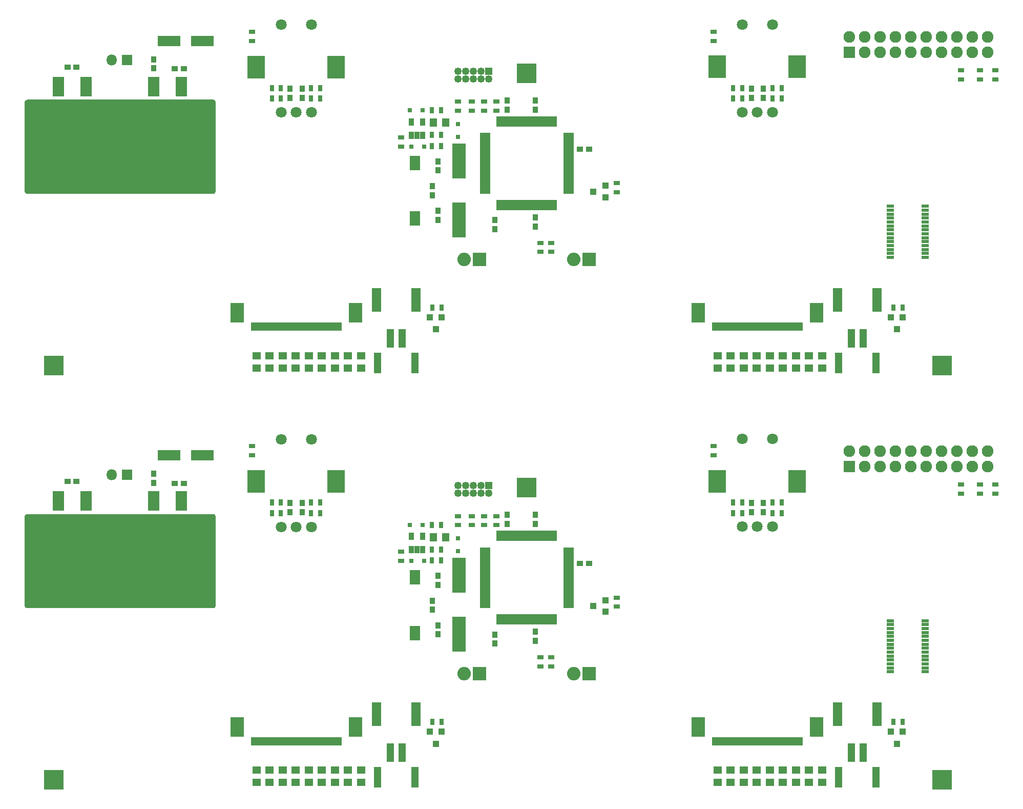
<source format=gbr>
G04 #@! TF.FileFunction,Soldermask,Top*
%FSLAX46Y46*%
G04 Gerber Fmt 4.6, Leading zero omitted, Abs format (unit mm)*
G04 Created by KiCad (PCBNEW no-vcs-found-product) date Mon 12 Oct 2015 08:57:56 AM BRT*
%MOMM*%
G01*
G04 APERTURE LIST*
%ADD10C,0.100000*%
%ADD11O,1.803200X1.803200*%
%ADD12R,1.803200X1.803200*%
%ADD13R,1.203200X3.403200*%
%ADD14C,1.203200*%
%ADD15R,3.203200X3.203200*%
%ADD16R,2.203200X3.203200*%
%ADD17R,0.503200X1.453200*%
%ADD18R,1.930400X1.930400*%
%ADD19O,1.930400X1.930400*%
%ADD20R,0.853200X1.263200*%
%ADD21R,1.854200X3.251200*%
%ADD22R,6.299200X6.299200*%
%ADD23R,1.103200X0.703200*%
%ADD24R,0.703200X1.103200*%
%ADD25R,1.003300X1.003300*%
%ADD26R,0.793200X0.653200*%
%ADD27R,0.653200X0.793200*%
%ADD28R,0.953200X1.003200*%
%ADD29R,1.203200X1.453200*%
%ADD30R,2.235200X2.235200*%
%ADD31O,2.235200X2.235200*%
%ADD32R,2.303780X5.803900*%
%ADD33R,1.303200X0.603200*%
%ADD34R,1.703200X0.483200*%
%ADD35R,0.483200X1.703200*%
%ADD36R,1.803200X2.383200*%
%ADD37R,1.253200X1.253200*%
%ADD38C,1.253200*%
%ADD39R,1.203200X3.053200*%
%ADD40R,1.603200X4.003200*%
%ADD41C,1.803200*%
%ADD42R,3.003200X3.803200*%
%ADD43R,1.003200X0.953200*%
%ADD44R,1.453200X1.203200*%
%ADD45R,3.802380X1.803400*%
%ADD46C,0.254000*%
G04 APERTURE END LIST*
D10*
D11*
X12946494Y-73009906D03*
D12*
X15446494Y-73009906D03*
D13*
X63047294Y-122997106D03*
X56847294Y-122997106D03*
X139247294Y-122997106D03*
X133047294Y-122997106D03*
D14*
X150114754Y-123454306D03*
D15*
X150114754Y-123454306D03*
D14*
X81483954Y-75168906D03*
D15*
X81483954Y-75168906D03*
D14*
X3328154Y-123454306D03*
D15*
X3328154Y-123454306D03*
D16*
X33645354Y-114712806D03*
X53225354Y-114712806D03*
D17*
X50685354Y-117037806D03*
X50185354Y-117037806D03*
X49685354Y-117037806D03*
X49185354Y-117037806D03*
X48685354Y-117037806D03*
X48185354Y-117037806D03*
X47685354Y-117037806D03*
X47185354Y-117037806D03*
X46685354Y-117037806D03*
X46185354Y-117037806D03*
X45685354Y-117037806D03*
X45185354Y-117037806D03*
X44685354Y-117037806D03*
X44185354Y-117037806D03*
X43685354Y-117037806D03*
X43185354Y-117037806D03*
X42685354Y-117037806D03*
X42185354Y-117037806D03*
X41685354Y-117037806D03*
X41185354Y-117037806D03*
X40685354Y-117037806D03*
X40185354Y-117037806D03*
X39685354Y-117037806D03*
X39185354Y-117037806D03*
X38685354Y-117037806D03*
X38185354Y-117037806D03*
X37685354Y-117037806D03*
X37185354Y-117037806D03*
X36685354Y-117037806D03*
X36185354Y-117037806D03*
D16*
X109845354Y-114712806D03*
X129425354Y-114712806D03*
D17*
X126885354Y-117037806D03*
X126385354Y-117037806D03*
X125885354Y-117037806D03*
X125385354Y-117037806D03*
X124885354Y-117037806D03*
X124385354Y-117037806D03*
X123885354Y-117037806D03*
X123385354Y-117037806D03*
X122885354Y-117037806D03*
X122385354Y-117037806D03*
X121885354Y-117037806D03*
X121385354Y-117037806D03*
X120885354Y-117037806D03*
X120385354Y-117037806D03*
X119885354Y-117037806D03*
X119385354Y-117037806D03*
X118885354Y-117037806D03*
X118385354Y-117037806D03*
X117885354Y-117037806D03*
X117385354Y-117037806D03*
X116885354Y-117037806D03*
X116385354Y-117037806D03*
X115885354Y-117037806D03*
X115385354Y-117037806D03*
X114885354Y-117037806D03*
X114385354Y-117037806D03*
X113885354Y-117037806D03*
X113385354Y-117037806D03*
X112885354Y-117037806D03*
X112385354Y-117037806D03*
D18*
X134817354Y-71722306D03*
D19*
X134817354Y-69182306D03*
X137357354Y-71722306D03*
X137357354Y-69182306D03*
X139897354Y-71722306D03*
X139897354Y-69182306D03*
X142437354Y-71722306D03*
X142437354Y-69182306D03*
X144977354Y-71722306D03*
X144977354Y-69182306D03*
X147517354Y-71722306D03*
X147517354Y-69182306D03*
X150057354Y-71722306D03*
X150057354Y-69182306D03*
X152597354Y-71722306D03*
X152597354Y-69182306D03*
X155137354Y-71722306D03*
X155137354Y-69182306D03*
X157677354Y-71722306D03*
X157677354Y-69182306D03*
D20*
X62424354Y-85395306D03*
X63374354Y-85395306D03*
X64324354Y-85395306D03*
X64324354Y-83195306D03*
X62424354Y-83195306D03*
D21*
X8637354Y-77373806D03*
D22*
X6351354Y-83723806D03*
D21*
X4065354Y-77373806D03*
D23*
X60770854Y-85767806D03*
X60770854Y-87267806D03*
X153264954Y-76155306D03*
X153264954Y-74655306D03*
X156414554Y-76155306D03*
X156414554Y-74655306D03*
X158941854Y-76155306D03*
X158941854Y-74655306D03*
D24*
X65862854Y-87216306D03*
X67362854Y-87216306D03*
X67362854Y-85374806D03*
X65862854Y-85374806D03*
X67362854Y-81310806D03*
X65862854Y-81310806D03*
D25*
X94525614Y-95659306D03*
X94525614Y-93759306D03*
X92526634Y-94709306D03*
D26*
X64556354Y-87279806D03*
X62446354Y-87279806D03*
D27*
X70156154Y-83570506D03*
X70156154Y-85680506D03*
D26*
X64302354Y-81310806D03*
X62192354Y-81310806D03*
D28*
X65914354Y-93832306D03*
X65914354Y-95332306D03*
D29*
X68120854Y-83342806D03*
X66120854Y-83342806D03*
D28*
X19866094Y-74369506D03*
X19866094Y-72869506D03*
D30*
X73666854Y-105885306D03*
D31*
X71126854Y-105885306D03*
D30*
X91827854Y-105885306D03*
D31*
X89287854Y-105885306D03*
D32*
X70346654Y-89669946D03*
X70346654Y-99367666D03*
D33*
X147326554Y-105589106D03*
X147326554Y-104939106D03*
X147326554Y-104289106D03*
X147326554Y-103639106D03*
X147326554Y-102989106D03*
X147326554Y-102339106D03*
X147326554Y-101689106D03*
X147326554Y-101039106D03*
X147326554Y-100389106D03*
X147326554Y-99739106D03*
X147326554Y-99089106D03*
X147326554Y-98439106D03*
X147326554Y-97789106D03*
X147326554Y-97139106D03*
X141626554Y-97139106D03*
X141626554Y-97789106D03*
X141626554Y-98439106D03*
X141626554Y-99089106D03*
X141626554Y-99739106D03*
X141626554Y-100389106D03*
X141626554Y-101039106D03*
X141626554Y-101689106D03*
X141626554Y-102339106D03*
X141626554Y-102989106D03*
X141626554Y-103639106D03*
X141626554Y-104289106D03*
X141626554Y-104939106D03*
X141626554Y-105589106D03*
D34*
X74609954Y-85285706D03*
X74609954Y-85785706D03*
X74609954Y-86285706D03*
X74609954Y-86785706D03*
X74609954Y-87285706D03*
X74609954Y-87785706D03*
X74609954Y-88285706D03*
X74609954Y-88785706D03*
X74609954Y-89285706D03*
X74609954Y-89785706D03*
X74609954Y-90285706D03*
X74609954Y-90785706D03*
X74609954Y-91285706D03*
X74609954Y-91785706D03*
X74609954Y-92285706D03*
X74609954Y-92785706D03*
X74609954Y-93285706D03*
X74609954Y-93785706D03*
X74609954Y-94285706D03*
X74609954Y-94785706D03*
D35*
X76759954Y-96935706D03*
X77259954Y-96935706D03*
X77759954Y-96935706D03*
X78259954Y-96935706D03*
X78759954Y-96935706D03*
X79259954Y-96935706D03*
X79759954Y-96935706D03*
X80259954Y-96935706D03*
X80759954Y-96935706D03*
X81259954Y-96935706D03*
X81759954Y-96935706D03*
X82259954Y-96935706D03*
X82759954Y-96935706D03*
X83259954Y-96935706D03*
X83759954Y-96935706D03*
X84259954Y-96935706D03*
X84759954Y-96935706D03*
X85259954Y-96935706D03*
X85759954Y-96935706D03*
X86259954Y-96935706D03*
D34*
X88409954Y-94785706D03*
X88409954Y-94285706D03*
X88409954Y-93785706D03*
X88409954Y-93285706D03*
X88409954Y-92785706D03*
X88409954Y-92285706D03*
X88409954Y-91785706D03*
X88409954Y-91285706D03*
X88409954Y-90785706D03*
X88409954Y-90285706D03*
X88409954Y-89785706D03*
X88409954Y-89285706D03*
X88409954Y-88785706D03*
X88409954Y-88285706D03*
X88409954Y-87785706D03*
X88409954Y-87285706D03*
X88409954Y-86785706D03*
X88409954Y-86285706D03*
X88409954Y-85785706D03*
X88409954Y-85285706D03*
D35*
X86259954Y-83135706D03*
X85759954Y-83135706D03*
X85259954Y-83135706D03*
X84759954Y-83135706D03*
X84259954Y-83135706D03*
X83759954Y-83135706D03*
X83259954Y-83135706D03*
X82759954Y-83135706D03*
X82259954Y-83135706D03*
X81759954Y-83135706D03*
X81259954Y-83135706D03*
X80759954Y-83135706D03*
X80259954Y-83135706D03*
X79759954Y-83135706D03*
X79259954Y-83135706D03*
X78759954Y-83135706D03*
X78259954Y-83135706D03*
X77759954Y-83135706D03*
X77259954Y-83135706D03*
X76759954Y-83135706D03*
D21*
X24448854Y-77373806D03*
D22*
X22162854Y-83723806D03*
D21*
X19876854Y-77373806D03*
D36*
X62995454Y-89969766D03*
X62990814Y-99174626D03*
D24*
X45860354Y-79367706D03*
X47360354Y-79367706D03*
X122111154Y-79367706D03*
X123611154Y-79367706D03*
X47360354Y-77640506D03*
X45860354Y-77640506D03*
X123611154Y-77640506D03*
X122111154Y-77640506D03*
D23*
X83757854Y-104666806D03*
X83757854Y-103166806D03*
D24*
X40883354Y-79367706D03*
X39383354Y-79367706D03*
X117134154Y-79367706D03*
X115634154Y-79367706D03*
X39383354Y-77640506D03*
X40883354Y-77640506D03*
X115634154Y-77640506D03*
X117134154Y-77640506D03*
D23*
X36120154Y-69805306D03*
X36120154Y-68305306D03*
X112370954Y-69805306D03*
X112370954Y-68305306D03*
X85535854Y-104666806D03*
X85535854Y-103166806D03*
X70105354Y-81362306D03*
X70105354Y-79862306D03*
X72454854Y-81362306D03*
X72454854Y-79862306D03*
X74423354Y-81362306D03*
X74423354Y-79862306D03*
X76455354Y-81362306D03*
X76455354Y-79862306D03*
X96394354Y-94824306D03*
X96394354Y-93324306D03*
D24*
X65915594Y-113853106D03*
X67415594Y-113853106D03*
X142102894Y-113853106D03*
X143602894Y-113853106D03*
D25*
X67425094Y-115468546D03*
X65525094Y-115468546D03*
X66475094Y-117467526D03*
X143612394Y-115455846D03*
X141712394Y-115455846D03*
X142662394Y-117454826D03*
D37*
X75248854Y-74833806D03*
D38*
X73978854Y-74833806D03*
X72708854Y-74833806D03*
X71438854Y-74833806D03*
X70168854Y-74833806D03*
X73978854Y-76103806D03*
X72708854Y-76103806D03*
X71438854Y-76103806D03*
X70168854Y-76103806D03*
X75248854Y-76103806D03*
D39*
X58945354Y-118948306D03*
X60945354Y-118948306D03*
D40*
X56695354Y-112573306D03*
X63195354Y-112573306D03*
D39*
X135145354Y-118948306D03*
X137145354Y-118948306D03*
D40*
X132895354Y-112573306D03*
X139395354Y-112573306D03*
D41*
X40899154Y-81653706D03*
X40899154Y-67153706D03*
X45899154Y-81653706D03*
X45899154Y-67153706D03*
X43399154Y-81653706D03*
D42*
X36799154Y-74153706D03*
X49999154Y-74153706D03*
D41*
X117124554Y-81602906D03*
X117124554Y-67102906D03*
X122124554Y-81602906D03*
X122124554Y-67102906D03*
X119624554Y-81602906D03*
D42*
X113024554Y-74102906D03*
X126224554Y-74102906D03*
D28*
X44375154Y-79228706D03*
X44375154Y-77728706D03*
X120625954Y-79228706D03*
X120625954Y-77728706D03*
X42368554Y-79228706D03*
X42368554Y-77728706D03*
X118619354Y-79228706D03*
X118619354Y-77728706D03*
X66803354Y-99396306D03*
X66803354Y-97896306D03*
X66803354Y-89704806D03*
X66803354Y-91204806D03*
X82932354Y-98975806D03*
X82932354Y-100475806D03*
X82945754Y-81159106D03*
X82945754Y-79659106D03*
X78233354Y-81171806D03*
X78233354Y-79671806D03*
D43*
X90298354Y-87724306D03*
X91798354Y-87724306D03*
D28*
X76201354Y-99420306D03*
X76201354Y-100920306D03*
D44*
X36831354Y-123839806D03*
X36831354Y-121839806D03*
X51944354Y-123839806D03*
X51944354Y-121839806D03*
X49785354Y-123839806D03*
X49785354Y-121839806D03*
X47626354Y-123839806D03*
X47626354Y-121839806D03*
X43308354Y-123839806D03*
X43308354Y-121839806D03*
X45467354Y-123839806D03*
X45467354Y-121839806D03*
X54103354Y-123839806D03*
X54103354Y-121839806D03*
X41149354Y-123839806D03*
X41149354Y-121839806D03*
X38990354Y-121839806D03*
X38990354Y-123839806D03*
X113031354Y-123839806D03*
X113031354Y-121839806D03*
X128144354Y-123839806D03*
X128144354Y-121839806D03*
X125985354Y-123839806D03*
X125985354Y-121839806D03*
X123826354Y-123839806D03*
X123826354Y-121839806D03*
X119508354Y-123839806D03*
X119508354Y-121839806D03*
X121667354Y-123839806D03*
X121667354Y-121839806D03*
X130303354Y-123839806D03*
X130303354Y-121839806D03*
X117349354Y-123839806D03*
X117349354Y-121839806D03*
X115190354Y-121839806D03*
X115190354Y-123839806D03*
D45*
X27898174Y-69817306D03*
X22396534Y-69817306D03*
D43*
X24817854Y-74452806D03*
X23317854Y-74452806D03*
X5603294Y-74178306D03*
X7103294Y-74178306D03*
X5603294Y-5740102D03*
X7103294Y-5740102D03*
X24817854Y-6014602D03*
X23317854Y-6014602D03*
D45*
X27898174Y-1379102D03*
X22396534Y-1379102D03*
D44*
X115190354Y-53401602D03*
X115190354Y-55401602D03*
X117349354Y-55401602D03*
X117349354Y-53401602D03*
X130303354Y-55401602D03*
X130303354Y-53401602D03*
X121667354Y-55401602D03*
X121667354Y-53401602D03*
X119508354Y-55401602D03*
X119508354Y-53401602D03*
X123826354Y-55401602D03*
X123826354Y-53401602D03*
X125985354Y-55401602D03*
X125985354Y-53401602D03*
X128144354Y-55401602D03*
X128144354Y-53401602D03*
X113031354Y-55401602D03*
X113031354Y-53401602D03*
X38990354Y-53401602D03*
X38990354Y-55401602D03*
X41149354Y-55401602D03*
X41149354Y-53401602D03*
X54103354Y-55401602D03*
X54103354Y-53401602D03*
X45467354Y-55401602D03*
X45467354Y-53401602D03*
X43308354Y-55401602D03*
X43308354Y-53401602D03*
X47626354Y-55401602D03*
X47626354Y-53401602D03*
X49785354Y-55401602D03*
X49785354Y-53401602D03*
X51944354Y-55401602D03*
X51944354Y-53401602D03*
X36831354Y-55401602D03*
X36831354Y-53401602D03*
D28*
X76201354Y-30982102D03*
X76201354Y-32482102D03*
D43*
X90298354Y-19286102D03*
X91798354Y-19286102D03*
D28*
X78233354Y-12733602D03*
X78233354Y-11233602D03*
X82945754Y-12720902D03*
X82945754Y-11220902D03*
X82932354Y-30537602D03*
X82932354Y-32037602D03*
X66803354Y-21266602D03*
X66803354Y-22766602D03*
X66803354Y-30958102D03*
X66803354Y-29458102D03*
X118619354Y-10790502D03*
X118619354Y-9290502D03*
X42368554Y-10790502D03*
X42368554Y-9290502D03*
X120625954Y-10790502D03*
X120625954Y-9290502D03*
X44375154Y-10790502D03*
X44375154Y-9290502D03*
D41*
X117124554Y-13164702D03*
X117124554Y1335298D03*
X122124554Y-13164702D03*
X122124554Y1335298D03*
X119624554Y-13164702D03*
D42*
X113024554Y-5664702D03*
X126224554Y-5664702D03*
D41*
X40899154Y-13215502D03*
X40899154Y1284498D03*
X45899154Y-13215502D03*
X45899154Y1284498D03*
X43399154Y-13215502D03*
D42*
X36799154Y-5715502D03*
X49999154Y-5715502D03*
D39*
X135145354Y-50510102D03*
X137145354Y-50510102D03*
D40*
X132895354Y-44135102D03*
X139395354Y-44135102D03*
D39*
X58945354Y-50510102D03*
X60945354Y-50510102D03*
D40*
X56695354Y-44135102D03*
X63195354Y-44135102D03*
D37*
X75248854Y-6395602D03*
D38*
X73978854Y-6395602D03*
X72708854Y-6395602D03*
X71438854Y-6395602D03*
X70168854Y-6395602D03*
X73978854Y-7665602D03*
X72708854Y-7665602D03*
X71438854Y-7665602D03*
X70168854Y-7665602D03*
X75248854Y-7665602D03*
D25*
X143612394Y-47017642D03*
X141712394Y-47017642D03*
X142662394Y-49016622D03*
X67425094Y-47030342D03*
X65525094Y-47030342D03*
X66475094Y-49029322D03*
D24*
X142102894Y-45414902D03*
X143602894Y-45414902D03*
X65915594Y-45414902D03*
X67415594Y-45414902D03*
D23*
X96394354Y-26386102D03*
X96394354Y-24886102D03*
X76455354Y-12924102D03*
X76455354Y-11424102D03*
X74423354Y-12924102D03*
X74423354Y-11424102D03*
X72454854Y-12924102D03*
X72454854Y-11424102D03*
X70105354Y-12924102D03*
X70105354Y-11424102D03*
X85535854Y-36228602D03*
X85535854Y-34728602D03*
X112370954Y-1367102D03*
X112370954Y132898D03*
X36120154Y-1367102D03*
X36120154Y132898D03*
D24*
X115634154Y-9202302D03*
X117134154Y-9202302D03*
X39383354Y-9202302D03*
X40883354Y-9202302D03*
X117134154Y-10929502D03*
X115634154Y-10929502D03*
X40883354Y-10929502D03*
X39383354Y-10929502D03*
D23*
X83757854Y-36228602D03*
X83757854Y-34728602D03*
D24*
X123611154Y-9202302D03*
X122111154Y-9202302D03*
X47360354Y-9202302D03*
X45860354Y-9202302D03*
X122111154Y-10929502D03*
X123611154Y-10929502D03*
X45860354Y-10929502D03*
X47360354Y-10929502D03*
D36*
X62995454Y-21531562D03*
X62990814Y-30736422D03*
D21*
X24448854Y-8935602D03*
D22*
X22162854Y-15285602D03*
D21*
X19876854Y-8935602D03*
D34*
X74609954Y-16847502D03*
X74609954Y-17347502D03*
X74609954Y-17847502D03*
X74609954Y-18347502D03*
X74609954Y-18847502D03*
X74609954Y-19347502D03*
X74609954Y-19847502D03*
X74609954Y-20347502D03*
X74609954Y-20847502D03*
X74609954Y-21347502D03*
X74609954Y-21847502D03*
X74609954Y-22347502D03*
X74609954Y-22847502D03*
X74609954Y-23347502D03*
X74609954Y-23847502D03*
X74609954Y-24347502D03*
X74609954Y-24847502D03*
X74609954Y-25347502D03*
X74609954Y-25847502D03*
X74609954Y-26347502D03*
D35*
X76759954Y-28497502D03*
X77259954Y-28497502D03*
X77759954Y-28497502D03*
X78259954Y-28497502D03*
X78759954Y-28497502D03*
X79259954Y-28497502D03*
X79759954Y-28497502D03*
X80259954Y-28497502D03*
X80759954Y-28497502D03*
X81259954Y-28497502D03*
X81759954Y-28497502D03*
X82259954Y-28497502D03*
X82759954Y-28497502D03*
X83259954Y-28497502D03*
X83759954Y-28497502D03*
X84259954Y-28497502D03*
X84759954Y-28497502D03*
X85259954Y-28497502D03*
X85759954Y-28497502D03*
X86259954Y-28497502D03*
D34*
X88409954Y-26347502D03*
X88409954Y-25847502D03*
X88409954Y-25347502D03*
X88409954Y-24847502D03*
X88409954Y-24347502D03*
X88409954Y-23847502D03*
X88409954Y-23347502D03*
X88409954Y-22847502D03*
X88409954Y-22347502D03*
X88409954Y-21847502D03*
X88409954Y-21347502D03*
X88409954Y-20847502D03*
X88409954Y-20347502D03*
X88409954Y-19847502D03*
X88409954Y-19347502D03*
X88409954Y-18847502D03*
X88409954Y-18347502D03*
X88409954Y-17847502D03*
X88409954Y-17347502D03*
X88409954Y-16847502D03*
D35*
X86259954Y-14697502D03*
X85759954Y-14697502D03*
X85259954Y-14697502D03*
X84759954Y-14697502D03*
X84259954Y-14697502D03*
X83759954Y-14697502D03*
X83259954Y-14697502D03*
X82759954Y-14697502D03*
X82259954Y-14697502D03*
X81759954Y-14697502D03*
X81259954Y-14697502D03*
X80759954Y-14697502D03*
X80259954Y-14697502D03*
X79759954Y-14697502D03*
X79259954Y-14697502D03*
X78759954Y-14697502D03*
X78259954Y-14697502D03*
X77759954Y-14697502D03*
X77259954Y-14697502D03*
X76759954Y-14697502D03*
D33*
X147326554Y-37150902D03*
X147326554Y-36500902D03*
X147326554Y-35850902D03*
X147326554Y-35200902D03*
X147326554Y-34550902D03*
X147326554Y-33900902D03*
X147326554Y-33250902D03*
X147326554Y-32600902D03*
X147326554Y-31950902D03*
X147326554Y-31300902D03*
X147326554Y-30650902D03*
X147326554Y-30000902D03*
X147326554Y-29350902D03*
X147326554Y-28700902D03*
X141626554Y-28700902D03*
X141626554Y-29350902D03*
X141626554Y-30000902D03*
X141626554Y-30650902D03*
X141626554Y-31300902D03*
X141626554Y-31950902D03*
X141626554Y-32600902D03*
X141626554Y-33250902D03*
X141626554Y-33900902D03*
X141626554Y-34550902D03*
X141626554Y-35200902D03*
X141626554Y-35850902D03*
X141626554Y-36500902D03*
X141626554Y-37150902D03*
D32*
X70346654Y-21231742D03*
X70346654Y-30929462D03*
D30*
X91827854Y-37447102D03*
D31*
X89287854Y-37447102D03*
D30*
X73666854Y-37447102D03*
D31*
X71126854Y-37447102D03*
D28*
X19866094Y-5931302D03*
X19866094Y-4431302D03*
D29*
X68120854Y-14904602D03*
X66120854Y-14904602D03*
D28*
X65914354Y-25394102D03*
X65914354Y-26894102D03*
D26*
X64302354Y-12872602D03*
X62192354Y-12872602D03*
D27*
X70156154Y-15132302D03*
X70156154Y-17242302D03*
D26*
X64556354Y-18841602D03*
X62446354Y-18841602D03*
D25*
X94525614Y-27221102D03*
X94525614Y-25321102D03*
X92526634Y-26271102D03*
D24*
X67362854Y-12872602D03*
X65862854Y-12872602D03*
X67362854Y-16936602D03*
X65862854Y-16936602D03*
X65862854Y-18778102D03*
X67362854Y-18778102D03*
D23*
X158941854Y-7717102D03*
X158941854Y-6217102D03*
X156414554Y-7717102D03*
X156414554Y-6217102D03*
X153264954Y-7717102D03*
X153264954Y-6217102D03*
X60770854Y-17329602D03*
X60770854Y-18829602D03*
D21*
X8637354Y-8935602D03*
D22*
X6351354Y-15285602D03*
D21*
X4065354Y-8935602D03*
D20*
X62424354Y-16957102D03*
X63374354Y-16957102D03*
X64324354Y-16957102D03*
X64324354Y-14757102D03*
X62424354Y-14757102D03*
D18*
X134817354Y-3284102D03*
D19*
X134817354Y-744102D03*
X137357354Y-3284102D03*
X137357354Y-744102D03*
X139897354Y-3284102D03*
X139897354Y-744102D03*
X142437354Y-3284102D03*
X142437354Y-744102D03*
X144977354Y-3284102D03*
X144977354Y-744102D03*
X147517354Y-3284102D03*
X147517354Y-744102D03*
X150057354Y-3284102D03*
X150057354Y-744102D03*
X152597354Y-3284102D03*
X152597354Y-744102D03*
X155137354Y-3284102D03*
X155137354Y-744102D03*
X157677354Y-3284102D03*
X157677354Y-744102D03*
D16*
X109845354Y-46274602D03*
X129425354Y-46274602D03*
D17*
X126885354Y-48599602D03*
X126385354Y-48599602D03*
X125885354Y-48599602D03*
X125385354Y-48599602D03*
X124885354Y-48599602D03*
X124385354Y-48599602D03*
X123885354Y-48599602D03*
X123385354Y-48599602D03*
X122885354Y-48599602D03*
X122385354Y-48599602D03*
X121885354Y-48599602D03*
X121385354Y-48599602D03*
X120885354Y-48599602D03*
X120385354Y-48599602D03*
X119885354Y-48599602D03*
X119385354Y-48599602D03*
X118885354Y-48599602D03*
X118385354Y-48599602D03*
X117885354Y-48599602D03*
X117385354Y-48599602D03*
X116885354Y-48599602D03*
X116385354Y-48599602D03*
X115885354Y-48599602D03*
X115385354Y-48599602D03*
X114885354Y-48599602D03*
X114385354Y-48599602D03*
X113885354Y-48599602D03*
X113385354Y-48599602D03*
X112885354Y-48599602D03*
X112385354Y-48599602D03*
D16*
X33645354Y-46274602D03*
X53225354Y-46274602D03*
D17*
X50685354Y-48599602D03*
X50185354Y-48599602D03*
X49685354Y-48599602D03*
X49185354Y-48599602D03*
X48685354Y-48599602D03*
X48185354Y-48599602D03*
X47685354Y-48599602D03*
X47185354Y-48599602D03*
X46685354Y-48599602D03*
X46185354Y-48599602D03*
X45685354Y-48599602D03*
X45185354Y-48599602D03*
X44685354Y-48599602D03*
X44185354Y-48599602D03*
X43685354Y-48599602D03*
X43185354Y-48599602D03*
X42685354Y-48599602D03*
X42185354Y-48599602D03*
X41685354Y-48599602D03*
X41185354Y-48599602D03*
X40685354Y-48599602D03*
X40185354Y-48599602D03*
X39685354Y-48599602D03*
X39185354Y-48599602D03*
X38685354Y-48599602D03*
X38185354Y-48599602D03*
X37685354Y-48599602D03*
X37185354Y-48599602D03*
X36685354Y-48599602D03*
X36185354Y-48599602D03*
D14*
X3328154Y-55016102D03*
D15*
X3328154Y-55016102D03*
D14*
X81483954Y-6730702D03*
D15*
X81483954Y-6730702D03*
D14*
X150114754Y-55016102D03*
D15*
X150114754Y-55016102D03*
D13*
X139247294Y-54558902D03*
X133047294Y-54558902D03*
X63047294Y-54558902D03*
X56847294Y-54558902D03*
D11*
X12946494Y-4571702D03*
D12*
X15446494Y-4571702D03*
D46*
G36*
X29730144Y-11201494D02*
X29850345Y-11281811D01*
X29930662Y-11402012D01*
X29961354Y-11556311D01*
X29961354Y-26088793D01*
X29930662Y-26243092D01*
X29850345Y-26363293D01*
X29730144Y-26443610D01*
X29575845Y-26474302D01*
X-1009437Y-26474302D01*
X-1163736Y-26443610D01*
X-1283937Y-26363293D01*
X-1364254Y-26243092D01*
X-1394946Y-26088793D01*
X-1394946Y-11556311D01*
X-1364254Y-11402012D01*
X-1283937Y-11281811D01*
X-1163736Y-11201494D01*
X-1009437Y-11170802D01*
X29575845Y-11170802D01*
X29730144Y-11201494D01*
X29730144Y-11201494D01*
G37*
X29730144Y-11201494D02*
X29850345Y-11281811D01*
X29930662Y-11402012D01*
X29961354Y-11556311D01*
X29961354Y-26088793D01*
X29930662Y-26243092D01*
X29850345Y-26363293D01*
X29730144Y-26443610D01*
X29575845Y-26474302D01*
X-1009437Y-26474302D01*
X-1163736Y-26443610D01*
X-1283937Y-26363293D01*
X-1364254Y-26243092D01*
X-1394946Y-26088793D01*
X-1394946Y-11556311D01*
X-1364254Y-11402012D01*
X-1283937Y-11281811D01*
X-1163736Y-11201494D01*
X-1009437Y-11170802D01*
X29575845Y-11170802D01*
X29730144Y-11201494D01*
G36*
X29730144Y-79639698D02*
X29850345Y-79720015D01*
X29930662Y-79840216D01*
X29961354Y-79994515D01*
X29961354Y-94526997D01*
X29930662Y-94681296D01*
X29850345Y-94801497D01*
X29730144Y-94881814D01*
X29575845Y-94912506D01*
X-1009437Y-94912506D01*
X-1163736Y-94881814D01*
X-1283937Y-94801497D01*
X-1364254Y-94681296D01*
X-1394946Y-94526997D01*
X-1394946Y-79994515D01*
X-1364254Y-79840216D01*
X-1283937Y-79720015D01*
X-1163736Y-79639698D01*
X-1009437Y-79609006D01*
X29575845Y-79609006D01*
X29730144Y-79639698D01*
X29730144Y-79639698D01*
G37*
X29730144Y-79639698D02*
X29850345Y-79720015D01*
X29930662Y-79840216D01*
X29961354Y-79994515D01*
X29961354Y-94526997D01*
X29930662Y-94681296D01*
X29850345Y-94801497D01*
X29730144Y-94881814D01*
X29575845Y-94912506D01*
X-1009437Y-94912506D01*
X-1163736Y-94881814D01*
X-1283937Y-94801497D01*
X-1364254Y-94681296D01*
X-1394946Y-94526997D01*
X-1394946Y-79994515D01*
X-1364254Y-79840216D01*
X-1283937Y-79720015D01*
X-1163736Y-79639698D01*
X-1009437Y-79609006D01*
X29575845Y-79609006D01*
X29730144Y-79639698D01*
M02*

</source>
